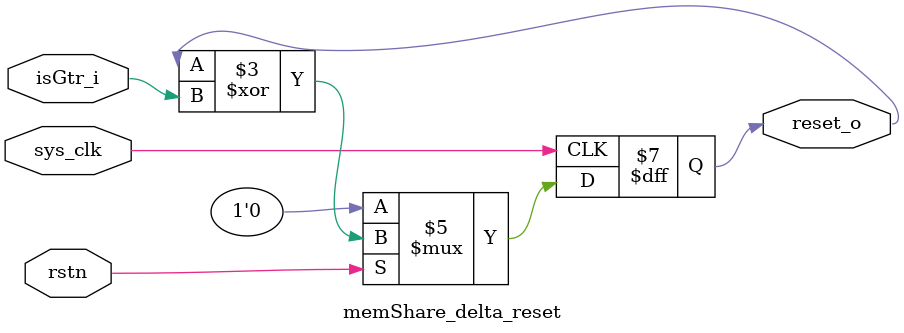
<source format=sv>
module memShare_delta_reset #(
    parameter logic RST_POLARITY = 1'b0 // 0: active LOW, 1: active HIGH
) (
    output logic reset_o, // synchrounous reset signal connected to the delta FF
    input logic isGtr_i, // isGtr obtainned from RFMU at SHFIT_GEN state
    input logic sys_clk,
    input logic rstn
);

always_ff @(posedge sys_clk) begin
    if(!rstn) reset_o <= RST_POLARITY;
    else reset_o <= reset_o^isGtr_i;
end
endmodule
</source>
